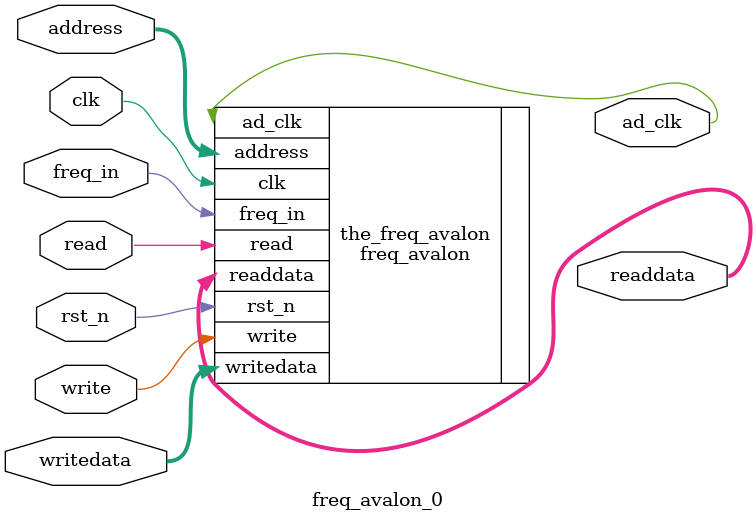
<source format=v>

`timescale 1ns / 1ps
// synthesis translate_on

// turn off superfluous verilog processor warnings 
// altera message_level Level1 
// altera message_off 10034 10035 10036 10037 10230 10240 10030 

module freq_avalon_0 (
                       // inputs:
                        address,
                        clk,
                        freq_in,
                        read,
                        rst_n,
                        write,
                        writedata,

                       // outputs:
                        ad_clk,
                        readdata
                     )
;

  output           ad_clk;
  output  [ 31: 0] readdata;
  input   [  1: 0] address;
  input            clk;
  input            freq_in;
  input            read;
  input            rst_n;
  input            write;
  input   [ 31: 0] writedata;

  wire             ad_clk;
  wire    [ 31: 0] readdata;
  freq_avalon the_freq_avalon
    (
      .ad_clk    (ad_clk),
      .address   (address),
      .clk       (clk),
      .freq_in   (freq_in),
      .read      (read),
      .readdata  (readdata),
      .rst_n     (rst_n),
      .write     (write),
      .writedata (writedata)
    );


endmodule


</source>
